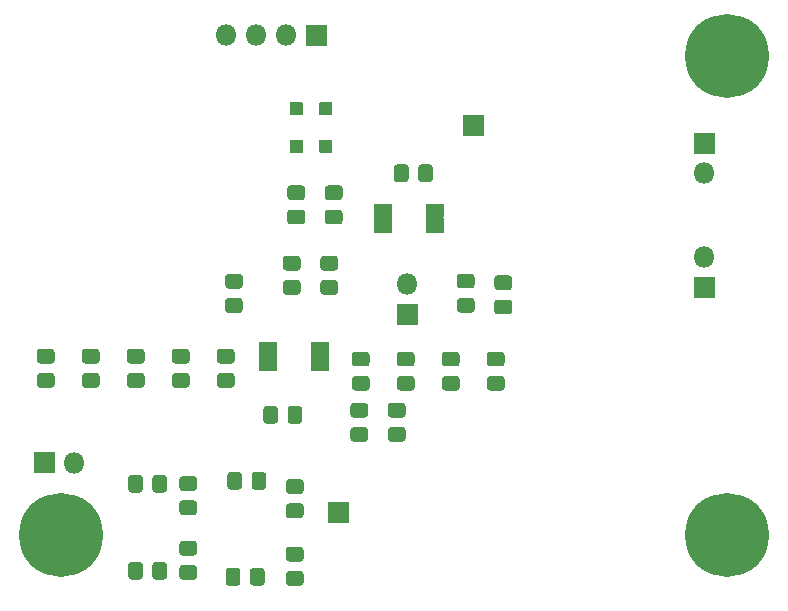
<source format=gbr>
%TF.GenerationSoftware,KiCad,Pcbnew,(5.1.9)-1*%
%TF.CreationDate,2021-07-13T18:03:16-04:00*%
%TF.ProjectId,detector_circuit_LTC6269,64657465-6374-46f7-925f-636972637569,rev?*%
%TF.SameCoordinates,Original*%
%TF.FileFunction,Soldermask,Top*%
%TF.FilePolarity,Negative*%
%FSLAX46Y46*%
G04 Gerber Fmt 4.6, Leading zero omitted, Abs format (unit mm)*
G04 Created by KiCad (PCBNEW (5.1.9)-1) date 2021-07-13 18:03:16*
%MOMM*%
%LPD*%
G01*
G04 APERTURE LIST*
%ADD10C,7.101600*%
%ADD11O,1.801600X1.801600*%
%ADD12C,0.100000*%
G04 APERTURE END LIST*
D10*
%TO.C,REF\u002A\u002A*%
X146621500Y-100457000D03*
%TD*%
%TO.C,REF\u002A\u002A*%
X146621500Y-140970000D03*
%TD*%
%TO.C,R1*%
G36*
G01*
X105317215Y-120132800D02*
X104359785Y-120132800D01*
G75*
G02*
X104087700Y-119860715I0J272085D01*
G01*
X104087700Y-119153285D01*
G75*
G02*
X104359785Y-118881200I272085J0D01*
G01*
X105317215Y-118881200D01*
G75*
G02*
X105589300Y-119153285I0J-272085D01*
G01*
X105589300Y-119860715D01*
G75*
G02*
X105317215Y-120132800I-272085J0D01*
G01*
G37*
G36*
G01*
X105317215Y-122182800D02*
X104359785Y-122182800D01*
G75*
G02*
X104087700Y-121910715I0J272085D01*
G01*
X104087700Y-121203285D01*
G75*
G02*
X104359785Y-120931200I272085J0D01*
G01*
X105317215Y-120931200D01*
G75*
G02*
X105589300Y-121203285I0J-272085D01*
G01*
X105589300Y-121910715D01*
G75*
G02*
X105317215Y-122182800I-272085J0D01*
G01*
G37*
%TD*%
D11*
%TO.C,J3*%
X104203500Y-98679000D03*
X106743500Y-98679000D03*
X109283500Y-98679000D03*
G36*
G01*
X110973500Y-97778200D02*
X112673500Y-97778200D01*
G75*
G02*
X112724300Y-97829000I0J-50800D01*
G01*
X112724300Y-99529000D01*
G75*
G02*
X112673500Y-99579800I-50800J0D01*
G01*
X110973500Y-99579800D01*
G75*
G02*
X110922700Y-99529000I0J50800D01*
G01*
X110922700Y-97829000D01*
G75*
G02*
X110973500Y-97778200I50800J0D01*
G01*
G37*
%TD*%
%TO.C,J2*%
X144653000Y-117475000D03*
G36*
G01*
X145553800Y-119165000D02*
X145553800Y-120865000D01*
G75*
G02*
X145503000Y-120915800I-50800J0D01*
G01*
X143803000Y-120915800D01*
G75*
G02*
X143752200Y-120865000I0J50800D01*
G01*
X143752200Y-119165000D01*
G75*
G02*
X143803000Y-119114200I50800J0D01*
G01*
X145503000Y-119114200D01*
G75*
G02*
X145553800Y-119165000I0J-50800D01*
G01*
G37*
%TD*%
%TO.C,J1*%
X144653000Y-110363000D03*
G36*
G01*
X143752200Y-108673000D02*
X143752200Y-106973000D01*
G75*
G02*
X143803000Y-106922200I50800J0D01*
G01*
X145503000Y-106922200D01*
G75*
G02*
X145553800Y-106973000I0J-50800D01*
G01*
X145553800Y-108673000D01*
G75*
G02*
X145503000Y-108723800I-50800J0D01*
G01*
X143803000Y-108723800D01*
G75*
G02*
X143752200Y-108673000I0J50800D01*
G01*
G37*
%TD*%
D10*
%TO.C,REF\u002A\u002A*%
X90170000Y-140970000D03*
%TD*%
%TO.C,TP15*%
G36*
G01*
X112764200Y-139915000D02*
X112764200Y-138215000D01*
G75*
G02*
X112815000Y-138164200I50800J0D01*
G01*
X114515000Y-138164200D01*
G75*
G02*
X114565800Y-138215000I0J-50800D01*
G01*
X114565800Y-139915000D01*
G75*
G02*
X114515000Y-139965800I-50800J0D01*
G01*
X112815000Y-139965800D01*
G75*
G02*
X112764200Y-139915000I0J50800D01*
G01*
G37*
%TD*%
%TO.C,R26*%
G36*
G01*
X114973285Y-131853200D02*
X115930715Y-131853200D01*
G75*
G02*
X116202800Y-132125285I0J-272085D01*
G01*
X116202800Y-132832715D01*
G75*
G02*
X115930715Y-133104800I-272085J0D01*
G01*
X114973285Y-133104800D01*
G75*
G02*
X114701200Y-132832715I0J272085D01*
G01*
X114701200Y-132125285D01*
G75*
G02*
X114973285Y-131853200I272085J0D01*
G01*
G37*
G36*
G01*
X114973285Y-129803200D02*
X115930715Y-129803200D01*
G75*
G02*
X116202800Y-130075285I0J-272085D01*
G01*
X116202800Y-130782715D01*
G75*
G02*
X115930715Y-131054800I-272085J0D01*
G01*
X114973285Y-131054800D01*
G75*
G02*
X114701200Y-130782715I0J272085D01*
G01*
X114701200Y-130075285D01*
G75*
G02*
X114973285Y-129803200I272085J0D01*
G01*
G37*
%TD*%
%TO.C,R34*%
G36*
G01*
X119096715Y-131045800D02*
X118139285Y-131045800D01*
G75*
G02*
X117867200Y-130773715I0J272085D01*
G01*
X117867200Y-130066285D01*
G75*
G02*
X118139285Y-129794200I272085J0D01*
G01*
X119096715Y-129794200D01*
G75*
G02*
X119368800Y-130066285I0J-272085D01*
G01*
X119368800Y-130773715D01*
G75*
G02*
X119096715Y-131045800I-272085J0D01*
G01*
G37*
G36*
G01*
X119096715Y-133095800D02*
X118139285Y-133095800D01*
G75*
G02*
X117867200Y-132823715I0J272085D01*
G01*
X117867200Y-132116285D01*
G75*
G02*
X118139285Y-131844200I272085J0D01*
G01*
X119096715Y-131844200D01*
G75*
G02*
X119368800Y-132116285I0J-272085D01*
G01*
X119368800Y-132823715D01*
G75*
G02*
X119096715Y-133095800I-272085J0D01*
G01*
G37*
%TD*%
D11*
%TO.C,JP1*%
X119507000Y-119761000D03*
G36*
G01*
X120407800Y-121451000D02*
X120407800Y-123151000D01*
G75*
G02*
X120357000Y-123201800I-50800J0D01*
G01*
X118657000Y-123201800D01*
G75*
G02*
X118606200Y-123151000I0J50800D01*
G01*
X118606200Y-121451000D01*
G75*
G02*
X118657000Y-121400200I50800J0D01*
G01*
X120357000Y-121400200D01*
G75*
G02*
X120407800Y-121451000I0J-50800D01*
G01*
G37*
%TD*%
%TO.C,R39*%
G36*
G01*
X109630285Y-113438200D02*
X110587715Y-113438200D01*
G75*
G02*
X110859800Y-113710285I0J-272085D01*
G01*
X110859800Y-114417715D01*
G75*
G02*
X110587715Y-114689800I-272085J0D01*
G01*
X109630285Y-114689800D01*
G75*
G02*
X109358200Y-114417715I0J272085D01*
G01*
X109358200Y-113710285D01*
G75*
G02*
X109630285Y-113438200I272085J0D01*
G01*
G37*
G36*
G01*
X109630285Y-111388200D02*
X110587715Y-111388200D01*
G75*
G02*
X110859800Y-111660285I0J-272085D01*
G01*
X110859800Y-112367715D01*
G75*
G02*
X110587715Y-112639800I-272085J0D01*
G01*
X109630285Y-112639800D01*
G75*
G02*
X109358200Y-112367715I0J272085D01*
G01*
X109358200Y-111660285D01*
G75*
G02*
X109630285Y-111388200I272085J0D01*
G01*
G37*
%TD*%
%TO.C,C32*%
G36*
G01*
X97127800Y-136173285D02*
X97127800Y-137130715D01*
G75*
G02*
X96855715Y-137402800I-272085J0D01*
G01*
X96148285Y-137402800D01*
G75*
G02*
X95876200Y-137130715I0J272085D01*
G01*
X95876200Y-136173285D01*
G75*
G02*
X96148285Y-135901200I272085J0D01*
G01*
X96855715Y-135901200D01*
G75*
G02*
X97127800Y-136173285I0J-272085D01*
G01*
G37*
G36*
G01*
X99177800Y-136173285D02*
X99177800Y-137130715D01*
G75*
G02*
X98905715Y-137402800I-272085J0D01*
G01*
X98198285Y-137402800D01*
G75*
G02*
X97926200Y-137130715I0J272085D01*
G01*
X97926200Y-136173285D01*
G75*
G02*
X98198285Y-135901200I272085J0D01*
G01*
X98905715Y-135901200D01*
G75*
G02*
X99177800Y-136173285I0J-272085D01*
G01*
G37*
%TD*%
%TO.C,C27*%
G36*
G01*
X127156285Y-121058200D02*
X128113715Y-121058200D01*
G75*
G02*
X128385800Y-121330285I0J-272085D01*
G01*
X128385800Y-122037715D01*
G75*
G02*
X128113715Y-122309800I-272085J0D01*
G01*
X127156285Y-122309800D01*
G75*
G02*
X126884200Y-122037715I0J272085D01*
G01*
X126884200Y-121330285D01*
G75*
G02*
X127156285Y-121058200I272085J0D01*
G01*
G37*
G36*
G01*
X127156285Y-119008200D02*
X128113715Y-119008200D01*
G75*
G02*
X128385800Y-119280285I0J-272085D01*
G01*
X128385800Y-119987715D01*
G75*
G02*
X128113715Y-120259800I-272085J0D01*
G01*
X127156285Y-120259800D01*
G75*
G02*
X126884200Y-119987715I0J272085D01*
G01*
X126884200Y-119280285D01*
G75*
G02*
X127156285Y-119008200I272085J0D01*
G01*
G37*
%TD*%
%TO.C,U12*%
G36*
G01*
X111342700Y-125107000D02*
X111342700Y-124657000D01*
G75*
G02*
X111393500Y-124606200I50800J0D01*
G01*
X112843500Y-124606200D01*
G75*
G02*
X112894300Y-124657000I0J-50800D01*
G01*
X112894300Y-125107000D01*
G75*
G02*
X112843500Y-125157800I-50800J0D01*
G01*
X111393500Y-125157800D01*
G75*
G02*
X111342700Y-125107000I0J50800D01*
G01*
G37*
G36*
G01*
X111342700Y-125757000D02*
X111342700Y-125307000D01*
G75*
G02*
X111393500Y-125256200I50800J0D01*
G01*
X112843500Y-125256200D01*
G75*
G02*
X112894300Y-125307000I0J-50800D01*
G01*
X112894300Y-125757000D01*
G75*
G02*
X112843500Y-125807800I-50800J0D01*
G01*
X111393500Y-125807800D01*
G75*
G02*
X111342700Y-125757000I0J50800D01*
G01*
G37*
G36*
G01*
X111342700Y-126407000D02*
X111342700Y-125957000D01*
G75*
G02*
X111393500Y-125906200I50800J0D01*
G01*
X112843500Y-125906200D01*
G75*
G02*
X112894300Y-125957000I0J-50800D01*
G01*
X112894300Y-126407000D01*
G75*
G02*
X112843500Y-126457800I-50800J0D01*
G01*
X111393500Y-126457800D01*
G75*
G02*
X111342700Y-126407000I0J50800D01*
G01*
G37*
G36*
G01*
X111342700Y-127057000D02*
X111342700Y-126607000D01*
G75*
G02*
X111393500Y-126556200I50800J0D01*
G01*
X112843500Y-126556200D01*
G75*
G02*
X112894300Y-126607000I0J-50800D01*
G01*
X112894300Y-127057000D01*
G75*
G02*
X112843500Y-127107800I-50800J0D01*
G01*
X111393500Y-127107800D01*
G75*
G02*
X111342700Y-127057000I0J50800D01*
G01*
G37*
G36*
G01*
X106942700Y-127057000D02*
X106942700Y-126607000D01*
G75*
G02*
X106993500Y-126556200I50800J0D01*
G01*
X108443500Y-126556200D01*
G75*
G02*
X108494300Y-126607000I0J-50800D01*
G01*
X108494300Y-127057000D01*
G75*
G02*
X108443500Y-127107800I-50800J0D01*
G01*
X106993500Y-127107800D01*
G75*
G02*
X106942700Y-127057000I0J50800D01*
G01*
G37*
G36*
G01*
X106942700Y-126407000D02*
X106942700Y-125957000D01*
G75*
G02*
X106993500Y-125906200I50800J0D01*
G01*
X108443500Y-125906200D01*
G75*
G02*
X108494300Y-125957000I0J-50800D01*
G01*
X108494300Y-126407000D01*
G75*
G02*
X108443500Y-126457800I-50800J0D01*
G01*
X106993500Y-126457800D01*
G75*
G02*
X106942700Y-126407000I0J50800D01*
G01*
G37*
G36*
G01*
X106942700Y-125757000D02*
X106942700Y-125307000D01*
G75*
G02*
X106993500Y-125256200I50800J0D01*
G01*
X108443500Y-125256200D01*
G75*
G02*
X108494300Y-125307000I0J-50800D01*
G01*
X108494300Y-125757000D01*
G75*
G02*
X108443500Y-125807800I-50800J0D01*
G01*
X106993500Y-125807800D01*
G75*
G02*
X106942700Y-125757000I0J50800D01*
G01*
G37*
G36*
G01*
X106942700Y-125107000D02*
X106942700Y-124657000D01*
G75*
G02*
X106993500Y-124606200I50800J0D01*
G01*
X108443500Y-124606200D01*
G75*
G02*
X108494300Y-124657000I0J-50800D01*
G01*
X108494300Y-125107000D01*
G75*
G02*
X108443500Y-125157800I-50800J0D01*
G01*
X106993500Y-125157800D01*
G75*
G02*
X106942700Y-125107000I0J50800D01*
G01*
G37*
%TD*%
%TO.C,C37*%
G36*
G01*
X109249285Y-119398200D02*
X110206715Y-119398200D01*
G75*
G02*
X110478800Y-119670285I0J-272085D01*
G01*
X110478800Y-120377715D01*
G75*
G02*
X110206715Y-120649800I-272085J0D01*
G01*
X109249285Y-120649800D01*
G75*
G02*
X108977200Y-120377715I0J272085D01*
G01*
X108977200Y-119670285D01*
G75*
G02*
X109249285Y-119398200I272085J0D01*
G01*
G37*
G36*
G01*
X109249285Y-117348200D02*
X110206715Y-117348200D01*
G75*
G02*
X110478800Y-117620285I0J-272085D01*
G01*
X110478800Y-118327715D01*
G75*
G02*
X110206715Y-118599800I-272085J0D01*
G01*
X109249285Y-118599800D01*
G75*
G02*
X108977200Y-118327715I0J272085D01*
G01*
X108977200Y-117620285D01*
G75*
G02*
X109249285Y-117348200I272085J0D01*
G01*
G37*
%TD*%
%TO.C,R42*%
G36*
G01*
X123981285Y-120913200D02*
X124938715Y-120913200D01*
G75*
G02*
X125210800Y-121185285I0J-272085D01*
G01*
X125210800Y-121892715D01*
G75*
G02*
X124938715Y-122164800I-272085J0D01*
G01*
X123981285Y-122164800D01*
G75*
G02*
X123709200Y-121892715I0J272085D01*
G01*
X123709200Y-121185285D01*
G75*
G02*
X123981285Y-120913200I272085J0D01*
G01*
G37*
G36*
G01*
X123981285Y-118863200D02*
X124938715Y-118863200D01*
G75*
G02*
X125210800Y-119135285I0J-272085D01*
G01*
X125210800Y-119842715D01*
G75*
G02*
X124938715Y-120114800I-272085J0D01*
G01*
X123981285Y-120114800D01*
G75*
G02*
X123709200Y-119842715I0J272085D01*
G01*
X123709200Y-119135285D01*
G75*
G02*
X123981285Y-118863200I272085J0D01*
G01*
G37*
%TD*%
%TO.C,C35*%
G36*
G01*
X108575800Y-130331285D02*
X108575800Y-131288715D01*
G75*
G02*
X108303715Y-131560800I-272085J0D01*
G01*
X107596285Y-131560800D01*
G75*
G02*
X107324200Y-131288715I0J272085D01*
G01*
X107324200Y-130331285D01*
G75*
G02*
X107596285Y-130059200I272085J0D01*
G01*
X108303715Y-130059200D01*
G75*
G02*
X108575800Y-130331285I0J-272085D01*
G01*
G37*
G36*
G01*
X110625800Y-130331285D02*
X110625800Y-131288715D01*
G75*
G02*
X110353715Y-131560800I-272085J0D01*
G01*
X109646285Y-131560800D01*
G75*
G02*
X109374200Y-131288715I0J272085D01*
G01*
X109374200Y-130331285D01*
G75*
G02*
X109646285Y-130059200I272085J0D01*
G01*
X110353715Y-130059200D01*
G75*
G02*
X110625800Y-130331285I0J-272085D01*
G01*
G37*
%TD*%
%TO.C,D2*%
G36*
G01*
X112078200Y-108577000D02*
X112078200Y-107577000D01*
G75*
G02*
X112129000Y-107526200I50800J0D01*
G01*
X113129000Y-107526200D01*
G75*
G02*
X113179800Y-107577000I0J-50800D01*
G01*
X113179800Y-108577000D01*
G75*
G02*
X113129000Y-108627800I-50800J0D01*
G01*
X112129000Y-108627800D01*
G75*
G02*
X112078200Y-108577000I0J50800D01*
G01*
G37*
G36*
G01*
X109578200Y-108577000D02*
X109578200Y-107577000D01*
G75*
G02*
X109629000Y-107526200I50800J0D01*
G01*
X110629000Y-107526200D01*
G75*
G02*
X110679800Y-107577000I0J-50800D01*
G01*
X110679800Y-108577000D01*
G75*
G02*
X110629000Y-108627800I-50800J0D01*
G01*
X109629000Y-108627800D01*
G75*
G02*
X109578200Y-108577000I0J50800D01*
G01*
G37*
%TD*%
%TO.C,TP1*%
G36*
G01*
X124245000Y-105398200D02*
X125945000Y-105398200D01*
G75*
G02*
X125995800Y-105449000I0J-50800D01*
G01*
X125995800Y-107149000D01*
G75*
G02*
X125945000Y-107199800I-50800J0D01*
G01*
X124245000Y-107199800D01*
G75*
G02*
X124194200Y-107149000I0J50800D01*
G01*
X124194200Y-105449000D01*
G75*
G02*
X124245000Y-105398200I50800J0D01*
G01*
G37*
%TD*%
%TO.C,JP5*%
X91313000Y-134874000D03*
G36*
G01*
X89623000Y-135774800D02*
X87923000Y-135774800D01*
G75*
G02*
X87872200Y-135724000I0J50800D01*
G01*
X87872200Y-134024000D01*
G75*
G02*
X87923000Y-133973200I50800J0D01*
G01*
X89623000Y-133973200D01*
G75*
G02*
X89673800Y-134024000I0J-50800D01*
G01*
X89673800Y-135724000D01*
G75*
G02*
X89623000Y-135774800I-50800J0D01*
G01*
G37*
%TD*%
%TO.C,U13*%
G36*
G01*
X121058200Y-113423000D02*
X121058200Y-112973000D01*
G75*
G02*
X121109000Y-112922200I50800J0D01*
G01*
X122559000Y-112922200D01*
G75*
G02*
X122609800Y-112973000I0J-50800D01*
G01*
X122609800Y-113423000D01*
G75*
G02*
X122559000Y-113473800I-50800J0D01*
G01*
X121109000Y-113473800D01*
G75*
G02*
X121058200Y-113423000I0J50800D01*
G01*
G37*
G36*
G01*
X121058200Y-114073000D02*
X121058200Y-113623000D01*
G75*
G02*
X121109000Y-113572200I50800J0D01*
G01*
X122559000Y-113572200D01*
G75*
G02*
X122609800Y-113623000I0J-50800D01*
G01*
X122609800Y-114073000D01*
G75*
G02*
X122559000Y-114123800I-50800J0D01*
G01*
X121109000Y-114123800D01*
G75*
G02*
X121058200Y-114073000I0J50800D01*
G01*
G37*
G36*
G01*
X121058200Y-114723000D02*
X121058200Y-114273000D01*
G75*
G02*
X121109000Y-114222200I50800J0D01*
G01*
X122559000Y-114222200D01*
G75*
G02*
X122609800Y-114273000I0J-50800D01*
G01*
X122609800Y-114723000D01*
G75*
G02*
X122559000Y-114773800I-50800J0D01*
G01*
X121109000Y-114773800D01*
G75*
G02*
X121058200Y-114723000I0J50800D01*
G01*
G37*
G36*
G01*
X121058200Y-115373000D02*
X121058200Y-114923000D01*
G75*
G02*
X121109000Y-114872200I50800J0D01*
G01*
X122559000Y-114872200D01*
G75*
G02*
X122609800Y-114923000I0J-50800D01*
G01*
X122609800Y-115373000D01*
G75*
G02*
X122559000Y-115423800I-50800J0D01*
G01*
X121109000Y-115423800D01*
G75*
G02*
X121058200Y-115373000I0J50800D01*
G01*
G37*
G36*
G01*
X116658200Y-115373000D02*
X116658200Y-114923000D01*
G75*
G02*
X116709000Y-114872200I50800J0D01*
G01*
X118159000Y-114872200D01*
G75*
G02*
X118209800Y-114923000I0J-50800D01*
G01*
X118209800Y-115373000D01*
G75*
G02*
X118159000Y-115423800I-50800J0D01*
G01*
X116709000Y-115423800D01*
G75*
G02*
X116658200Y-115373000I0J50800D01*
G01*
G37*
G36*
G01*
X116658200Y-114723000D02*
X116658200Y-114273000D01*
G75*
G02*
X116709000Y-114222200I50800J0D01*
G01*
X118159000Y-114222200D01*
G75*
G02*
X118209800Y-114273000I0J-50800D01*
G01*
X118209800Y-114723000D01*
G75*
G02*
X118159000Y-114773800I-50800J0D01*
G01*
X116709000Y-114773800D01*
G75*
G02*
X116658200Y-114723000I0J50800D01*
G01*
G37*
G36*
G01*
X116658200Y-114073000D02*
X116658200Y-113623000D01*
G75*
G02*
X116709000Y-113572200I50800J0D01*
G01*
X118159000Y-113572200D01*
G75*
G02*
X118209800Y-113623000I0J-50800D01*
G01*
X118209800Y-114073000D01*
G75*
G02*
X118159000Y-114123800I-50800J0D01*
G01*
X116709000Y-114123800D01*
G75*
G02*
X116658200Y-114073000I0J50800D01*
G01*
G37*
G36*
G01*
X116658200Y-113423000D02*
X116658200Y-112973000D01*
G75*
G02*
X116709000Y-112922200I50800J0D01*
G01*
X118159000Y-112922200D01*
G75*
G02*
X118209800Y-112973000I0J-50800D01*
G01*
X118209800Y-113423000D01*
G75*
G02*
X118159000Y-113473800I-50800J0D01*
G01*
X116709000Y-113473800D01*
G75*
G02*
X116658200Y-113423000I0J50800D01*
G01*
G37*
%TD*%
%TO.C,R40*%
G36*
G01*
X99851285Y-127272200D02*
X100808715Y-127272200D01*
G75*
G02*
X101080800Y-127544285I0J-272085D01*
G01*
X101080800Y-128251715D01*
G75*
G02*
X100808715Y-128523800I-272085J0D01*
G01*
X99851285Y-128523800D01*
G75*
G02*
X99579200Y-128251715I0J272085D01*
G01*
X99579200Y-127544285D01*
G75*
G02*
X99851285Y-127272200I272085J0D01*
G01*
G37*
G36*
G01*
X99851285Y-125222200D02*
X100808715Y-125222200D01*
G75*
G02*
X101080800Y-125494285I0J-272085D01*
G01*
X101080800Y-126201715D01*
G75*
G02*
X100808715Y-126473800I-272085J0D01*
G01*
X99851285Y-126473800D01*
G75*
G02*
X99579200Y-126201715I0J272085D01*
G01*
X99579200Y-125494285D01*
G75*
G02*
X99851285Y-125222200I272085J0D01*
G01*
G37*
%TD*%
%TO.C,R36*%
G36*
G01*
X122711285Y-127517200D02*
X123668715Y-127517200D01*
G75*
G02*
X123940800Y-127789285I0J-272085D01*
G01*
X123940800Y-128496715D01*
G75*
G02*
X123668715Y-128768800I-272085J0D01*
G01*
X122711285Y-128768800D01*
G75*
G02*
X122439200Y-128496715I0J272085D01*
G01*
X122439200Y-127789285D01*
G75*
G02*
X122711285Y-127517200I272085J0D01*
G01*
G37*
G36*
G01*
X122711285Y-125467200D02*
X123668715Y-125467200D01*
G75*
G02*
X123940800Y-125739285I0J-272085D01*
G01*
X123940800Y-126446715D01*
G75*
G02*
X123668715Y-126718800I-272085J0D01*
G01*
X122711285Y-126718800D01*
G75*
G02*
X122439200Y-126446715I0J272085D01*
G01*
X122439200Y-125739285D01*
G75*
G02*
X122711285Y-125467200I272085J0D01*
G01*
G37*
%TD*%
%TO.C,R35*%
G36*
G01*
X126521285Y-127517200D02*
X127478715Y-127517200D01*
G75*
G02*
X127750800Y-127789285I0J-272085D01*
G01*
X127750800Y-128496715D01*
G75*
G02*
X127478715Y-128768800I-272085J0D01*
G01*
X126521285Y-128768800D01*
G75*
G02*
X126249200Y-128496715I0J272085D01*
G01*
X126249200Y-127789285D01*
G75*
G02*
X126521285Y-127517200I272085J0D01*
G01*
G37*
G36*
G01*
X126521285Y-125467200D02*
X127478715Y-125467200D01*
G75*
G02*
X127750800Y-125739285I0J-272085D01*
G01*
X127750800Y-126446715D01*
G75*
G02*
X127478715Y-126718800I-272085J0D01*
G01*
X126521285Y-126718800D01*
G75*
G02*
X126249200Y-126446715I0J272085D01*
G01*
X126249200Y-125739285D01*
G75*
G02*
X126521285Y-125467200I272085J0D01*
G01*
G37*
%TD*%
%TO.C,R33*%
G36*
G01*
X107432800Y-144047285D02*
X107432800Y-145004715D01*
G75*
G02*
X107160715Y-145276800I-272085J0D01*
G01*
X106453285Y-145276800D01*
G75*
G02*
X106181200Y-145004715I0J272085D01*
G01*
X106181200Y-144047285D01*
G75*
G02*
X106453285Y-143775200I272085J0D01*
G01*
X107160715Y-143775200D01*
G75*
G02*
X107432800Y-144047285I0J-272085D01*
G01*
G37*
G36*
G01*
X105382800Y-144047285D02*
X105382800Y-145004715D01*
G75*
G02*
X105110715Y-145276800I-272085J0D01*
G01*
X104403285Y-145276800D01*
G75*
G02*
X104131200Y-145004715I0J272085D01*
G01*
X104131200Y-144047285D01*
G75*
G02*
X104403285Y-143775200I272085J0D01*
G01*
X105110715Y-143775200D01*
G75*
G02*
X105382800Y-144047285I0J-272085D01*
G01*
G37*
%TD*%
%TO.C,R32*%
G36*
G01*
X101443715Y-142729800D02*
X100486285Y-142729800D01*
G75*
G02*
X100214200Y-142457715I0J272085D01*
G01*
X100214200Y-141750285D01*
G75*
G02*
X100486285Y-141478200I272085J0D01*
G01*
X101443715Y-141478200D01*
G75*
G02*
X101715800Y-141750285I0J-272085D01*
G01*
X101715800Y-142457715D01*
G75*
G02*
X101443715Y-142729800I-272085J0D01*
G01*
G37*
G36*
G01*
X101443715Y-144779800D02*
X100486285Y-144779800D01*
G75*
G02*
X100214200Y-144507715I0J272085D01*
G01*
X100214200Y-143800285D01*
G75*
G02*
X100486285Y-143528200I272085J0D01*
G01*
X101443715Y-143528200D01*
G75*
G02*
X101715800Y-143800285I0J-272085D01*
G01*
X101715800Y-144507715D01*
G75*
G02*
X101443715Y-144779800I-272085J0D01*
G01*
G37*
%TD*%
%TO.C,R31*%
G36*
G01*
X88421285Y-127272200D02*
X89378715Y-127272200D01*
G75*
G02*
X89650800Y-127544285I0J-272085D01*
G01*
X89650800Y-128251715D01*
G75*
G02*
X89378715Y-128523800I-272085J0D01*
G01*
X88421285Y-128523800D01*
G75*
G02*
X88149200Y-128251715I0J272085D01*
G01*
X88149200Y-127544285D01*
G75*
G02*
X88421285Y-127272200I272085J0D01*
G01*
G37*
G36*
G01*
X88421285Y-125222200D02*
X89378715Y-125222200D01*
G75*
G02*
X89650800Y-125494285I0J-272085D01*
G01*
X89650800Y-126201715D01*
G75*
G02*
X89378715Y-126473800I-272085J0D01*
G01*
X88421285Y-126473800D01*
G75*
G02*
X88149200Y-126201715I0J272085D01*
G01*
X88149200Y-125494285D01*
G75*
G02*
X88421285Y-125222200I272085J0D01*
G01*
G37*
%TD*%
%TO.C,R30*%
G36*
G01*
X112424285Y-119398200D02*
X113381715Y-119398200D01*
G75*
G02*
X113653800Y-119670285I0J-272085D01*
G01*
X113653800Y-120377715D01*
G75*
G02*
X113381715Y-120649800I-272085J0D01*
G01*
X112424285Y-120649800D01*
G75*
G02*
X112152200Y-120377715I0J272085D01*
G01*
X112152200Y-119670285D01*
G75*
G02*
X112424285Y-119398200I272085J0D01*
G01*
G37*
G36*
G01*
X112424285Y-117348200D02*
X113381715Y-117348200D01*
G75*
G02*
X113653800Y-117620285I0J-272085D01*
G01*
X113653800Y-118327715D01*
G75*
G02*
X113381715Y-118599800I-272085J0D01*
G01*
X112424285Y-118599800D01*
G75*
G02*
X112152200Y-118327715I0J272085D01*
G01*
X112152200Y-117620285D01*
G75*
G02*
X112424285Y-117348200I272085J0D01*
G01*
G37*
%TD*%
%TO.C,R27*%
G36*
G01*
X115091285Y-127517200D02*
X116048715Y-127517200D01*
G75*
G02*
X116320800Y-127789285I0J-272085D01*
G01*
X116320800Y-128496715D01*
G75*
G02*
X116048715Y-128768800I-272085J0D01*
G01*
X115091285Y-128768800D01*
G75*
G02*
X114819200Y-128496715I0J272085D01*
G01*
X114819200Y-127789285D01*
G75*
G02*
X115091285Y-127517200I272085J0D01*
G01*
G37*
G36*
G01*
X115091285Y-125467200D02*
X116048715Y-125467200D01*
G75*
G02*
X116320800Y-125739285I0J-272085D01*
G01*
X116320800Y-126446715D01*
G75*
G02*
X116048715Y-126718800I-272085J0D01*
G01*
X115091285Y-126718800D01*
G75*
G02*
X114819200Y-126446715I0J272085D01*
G01*
X114819200Y-125739285D01*
G75*
G02*
X115091285Y-125467200I272085J0D01*
G01*
G37*
%TD*%
%TO.C,R25*%
G36*
G01*
X105527800Y-135919285D02*
X105527800Y-136876715D01*
G75*
G02*
X105255715Y-137148800I-272085J0D01*
G01*
X104548285Y-137148800D01*
G75*
G02*
X104276200Y-136876715I0J272085D01*
G01*
X104276200Y-135919285D01*
G75*
G02*
X104548285Y-135647200I272085J0D01*
G01*
X105255715Y-135647200D01*
G75*
G02*
X105527800Y-135919285I0J-272085D01*
G01*
G37*
G36*
G01*
X107577800Y-135919285D02*
X107577800Y-136876715D01*
G75*
G02*
X107305715Y-137148800I-272085J0D01*
G01*
X106598285Y-137148800D01*
G75*
G02*
X106326200Y-136876715I0J272085D01*
G01*
X106326200Y-135919285D01*
G75*
G02*
X106598285Y-135647200I272085J0D01*
G01*
X107305715Y-135647200D01*
G75*
G02*
X107577800Y-135919285I0J-272085D01*
G01*
G37*
%TD*%
%TO.C,R24*%
G36*
G01*
X100486285Y-138058200D02*
X101443715Y-138058200D01*
G75*
G02*
X101715800Y-138330285I0J-272085D01*
G01*
X101715800Y-139037715D01*
G75*
G02*
X101443715Y-139309800I-272085J0D01*
G01*
X100486285Y-139309800D01*
G75*
G02*
X100214200Y-139037715I0J272085D01*
G01*
X100214200Y-138330285D01*
G75*
G02*
X100486285Y-138058200I272085J0D01*
G01*
G37*
G36*
G01*
X100486285Y-136008200D02*
X101443715Y-136008200D01*
G75*
G02*
X101715800Y-136280285I0J-272085D01*
G01*
X101715800Y-136987715D01*
G75*
G02*
X101443715Y-137259800I-272085J0D01*
G01*
X100486285Y-137259800D01*
G75*
G02*
X100214200Y-136987715I0J272085D01*
G01*
X100214200Y-136280285D01*
G75*
G02*
X100486285Y-136008200I272085J0D01*
G01*
G37*
%TD*%
%TO.C,R17*%
G36*
G01*
X92231285Y-127272200D02*
X93188715Y-127272200D01*
G75*
G02*
X93460800Y-127544285I0J-272085D01*
G01*
X93460800Y-128251715D01*
G75*
G02*
X93188715Y-128523800I-272085J0D01*
G01*
X92231285Y-128523800D01*
G75*
G02*
X91959200Y-128251715I0J272085D01*
G01*
X91959200Y-127544285D01*
G75*
G02*
X92231285Y-127272200I272085J0D01*
G01*
G37*
G36*
G01*
X92231285Y-125222200D02*
X93188715Y-125222200D01*
G75*
G02*
X93460800Y-125494285I0J-272085D01*
G01*
X93460800Y-126201715D01*
G75*
G02*
X93188715Y-126473800I-272085J0D01*
G01*
X92231285Y-126473800D01*
G75*
G02*
X91959200Y-126201715I0J272085D01*
G01*
X91959200Y-125494285D01*
G75*
G02*
X92231285Y-125222200I272085J0D01*
G01*
G37*
%TD*%
%TO.C,R16*%
G36*
G01*
X96041285Y-127272200D02*
X96998715Y-127272200D01*
G75*
G02*
X97270800Y-127544285I0J-272085D01*
G01*
X97270800Y-128251715D01*
G75*
G02*
X96998715Y-128523800I-272085J0D01*
G01*
X96041285Y-128523800D01*
G75*
G02*
X95769200Y-128251715I0J272085D01*
G01*
X95769200Y-127544285D01*
G75*
G02*
X96041285Y-127272200I272085J0D01*
G01*
G37*
G36*
G01*
X96041285Y-125222200D02*
X96998715Y-125222200D01*
G75*
G02*
X97270800Y-125494285I0J-272085D01*
G01*
X97270800Y-126201715D01*
G75*
G02*
X96998715Y-126473800I-272085J0D01*
G01*
X96041285Y-126473800D01*
G75*
G02*
X95769200Y-126201715I0J272085D01*
G01*
X95769200Y-125494285D01*
G75*
G02*
X96041285Y-125222200I272085J0D01*
G01*
G37*
%TD*%
%TO.C,D6*%
G36*
G01*
X112058200Y-105402000D02*
X112058200Y-104402000D01*
G75*
G02*
X112109000Y-104351200I50800J0D01*
G01*
X113109000Y-104351200D01*
G75*
G02*
X113159800Y-104402000I0J-50800D01*
G01*
X113159800Y-105402000D01*
G75*
G02*
X113109000Y-105452800I-50800J0D01*
G01*
X112109000Y-105452800D01*
G75*
G02*
X112058200Y-105402000I0J50800D01*
G01*
G37*
G36*
G01*
X109558200Y-105402000D02*
X109558200Y-104402000D01*
G75*
G02*
X109609000Y-104351200I50800J0D01*
G01*
X110609000Y-104351200D01*
G75*
G02*
X110659800Y-104402000I0J-50800D01*
G01*
X110659800Y-105402000D01*
G75*
G02*
X110609000Y-105452800I-50800J0D01*
G01*
X109609000Y-105452800D01*
G75*
G02*
X109558200Y-105402000I0J50800D01*
G01*
G37*
%TD*%
%TO.C,C39*%
G36*
G01*
X119624800Y-109884285D02*
X119624800Y-110841715D01*
G75*
G02*
X119352715Y-111113800I-272085J0D01*
G01*
X118645285Y-111113800D01*
G75*
G02*
X118373200Y-110841715I0J272085D01*
G01*
X118373200Y-109884285D01*
G75*
G02*
X118645285Y-109612200I272085J0D01*
G01*
X119352715Y-109612200D01*
G75*
G02*
X119624800Y-109884285I0J-272085D01*
G01*
G37*
G36*
G01*
X121674800Y-109884285D02*
X121674800Y-110841715D01*
G75*
G02*
X121402715Y-111113800I-272085J0D01*
G01*
X120695285Y-111113800D01*
G75*
G02*
X120423200Y-110841715I0J272085D01*
G01*
X120423200Y-109884285D01*
G75*
G02*
X120695285Y-109612200I272085J0D01*
G01*
X121402715Y-109612200D01*
G75*
G02*
X121674800Y-109884285I0J-272085D01*
G01*
G37*
%TD*%
%TO.C,C36*%
G36*
G01*
X118901285Y-127517200D02*
X119858715Y-127517200D01*
G75*
G02*
X120130800Y-127789285I0J-272085D01*
G01*
X120130800Y-128496715D01*
G75*
G02*
X119858715Y-128768800I-272085J0D01*
G01*
X118901285Y-128768800D01*
G75*
G02*
X118629200Y-128496715I0J272085D01*
G01*
X118629200Y-127789285D01*
G75*
G02*
X118901285Y-127517200I272085J0D01*
G01*
G37*
G36*
G01*
X118901285Y-125467200D02*
X119858715Y-125467200D01*
G75*
G02*
X120130800Y-125739285I0J-272085D01*
G01*
X120130800Y-126446715D01*
G75*
G02*
X119858715Y-126718800I-272085J0D01*
G01*
X118901285Y-126718800D01*
G75*
G02*
X118629200Y-126446715I0J272085D01*
G01*
X118629200Y-125739285D01*
G75*
G02*
X118901285Y-125467200I272085J0D01*
G01*
G37*
%TD*%
%TO.C,C33*%
G36*
G01*
X110460715Y-137513800D02*
X109503285Y-137513800D01*
G75*
G02*
X109231200Y-137241715I0J272085D01*
G01*
X109231200Y-136534285D01*
G75*
G02*
X109503285Y-136262200I272085J0D01*
G01*
X110460715Y-136262200D01*
G75*
G02*
X110732800Y-136534285I0J-272085D01*
G01*
X110732800Y-137241715D01*
G75*
G02*
X110460715Y-137513800I-272085J0D01*
G01*
G37*
G36*
G01*
X110460715Y-139563800D02*
X109503285Y-139563800D01*
G75*
G02*
X109231200Y-139291715I0J272085D01*
G01*
X109231200Y-138584285D01*
G75*
G02*
X109503285Y-138312200I272085J0D01*
G01*
X110460715Y-138312200D01*
G75*
G02*
X110732800Y-138584285I0J-272085D01*
G01*
X110732800Y-139291715D01*
G75*
G02*
X110460715Y-139563800I-272085J0D01*
G01*
G37*
%TD*%
%TO.C,C31*%
G36*
G01*
X103661285Y-127272200D02*
X104618715Y-127272200D01*
G75*
G02*
X104890800Y-127544285I0J-272085D01*
G01*
X104890800Y-128251715D01*
G75*
G02*
X104618715Y-128523800I-272085J0D01*
G01*
X103661285Y-128523800D01*
G75*
G02*
X103389200Y-128251715I0J272085D01*
G01*
X103389200Y-127544285D01*
G75*
G02*
X103661285Y-127272200I272085J0D01*
G01*
G37*
G36*
G01*
X103661285Y-125222200D02*
X104618715Y-125222200D01*
G75*
G02*
X104890800Y-125494285I0J-272085D01*
G01*
X104890800Y-126201715D01*
G75*
G02*
X104618715Y-126473800I-272085J0D01*
G01*
X103661285Y-126473800D01*
G75*
G02*
X103389200Y-126201715I0J272085D01*
G01*
X103389200Y-125494285D01*
G75*
G02*
X103661285Y-125222200I272085J0D01*
G01*
G37*
%TD*%
%TO.C,C19*%
G36*
G01*
X112805285Y-113438200D02*
X113762715Y-113438200D01*
G75*
G02*
X114034800Y-113710285I0J-272085D01*
G01*
X114034800Y-114417715D01*
G75*
G02*
X113762715Y-114689800I-272085J0D01*
G01*
X112805285Y-114689800D01*
G75*
G02*
X112533200Y-114417715I0J272085D01*
G01*
X112533200Y-113710285D01*
G75*
G02*
X112805285Y-113438200I272085J0D01*
G01*
G37*
G36*
G01*
X112805285Y-111388200D02*
X113762715Y-111388200D01*
G75*
G02*
X114034800Y-111660285I0J-272085D01*
G01*
X114034800Y-112367715D01*
G75*
G02*
X113762715Y-112639800I-272085J0D01*
G01*
X112805285Y-112639800D01*
G75*
G02*
X112533200Y-112367715I0J272085D01*
G01*
X112533200Y-111660285D01*
G75*
G02*
X112805285Y-111388200I272085J0D01*
G01*
G37*
%TD*%
%TO.C,C18*%
G36*
G01*
X109503285Y-141986200D02*
X110460715Y-141986200D01*
G75*
G02*
X110732800Y-142258285I0J-272085D01*
G01*
X110732800Y-142965715D01*
G75*
G02*
X110460715Y-143237800I-272085J0D01*
G01*
X109503285Y-143237800D01*
G75*
G02*
X109231200Y-142965715I0J272085D01*
G01*
X109231200Y-142258285D01*
G75*
G02*
X109503285Y-141986200I272085J0D01*
G01*
G37*
G36*
G01*
X109503285Y-144036200D02*
X110460715Y-144036200D01*
G75*
G02*
X110732800Y-144308285I0J-272085D01*
G01*
X110732800Y-145015715D01*
G75*
G02*
X110460715Y-145287800I-272085J0D01*
G01*
X109503285Y-145287800D01*
G75*
G02*
X109231200Y-145015715I0J272085D01*
G01*
X109231200Y-144308285D01*
G75*
G02*
X109503285Y-144036200I272085J0D01*
G01*
G37*
%TD*%
%TO.C,C17*%
G36*
G01*
X97127800Y-143539285D02*
X97127800Y-144496715D01*
G75*
G02*
X96855715Y-144768800I-272085J0D01*
G01*
X96148285Y-144768800D01*
G75*
G02*
X95876200Y-144496715I0J272085D01*
G01*
X95876200Y-143539285D01*
G75*
G02*
X96148285Y-143267200I272085J0D01*
G01*
X96855715Y-143267200D01*
G75*
G02*
X97127800Y-143539285I0J-272085D01*
G01*
G37*
G36*
G01*
X99177800Y-143539285D02*
X99177800Y-144496715D01*
G75*
G02*
X98905715Y-144768800I-272085J0D01*
G01*
X98198285Y-144768800D01*
G75*
G02*
X97926200Y-144496715I0J272085D01*
G01*
X97926200Y-143539285D01*
G75*
G02*
X98198285Y-143267200I272085J0D01*
G01*
X98905715Y-143267200D01*
G75*
G02*
X99177800Y-143539285I0J-272085D01*
G01*
G37*
%TD*%
D12*
G36*
X112896032Y-126456800D02*
G01*
X112896300Y-126457800D01*
X112896300Y-126556200D01*
X112895300Y-126557932D01*
X112894300Y-126558200D01*
X111342700Y-126558200D01*
X111340968Y-126557200D01*
X111340700Y-126556200D01*
X111340700Y-126457800D01*
X111341700Y-126456068D01*
X111342700Y-126455800D01*
X112894300Y-126455800D01*
X112896032Y-126456800D01*
G37*
G36*
X108496032Y-126456800D02*
G01*
X108496300Y-126457800D01*
X108496300Y-126556200D01*
X108495300Y-126557932D01*
X108494300Y-126558200D01*
X106942700Y-126558200D01*
X106940968Y-126557200D01*
X106940700Y-126556200D01*
X106940700Y-126457800D01*
X106941700Y-126456068D01*
X106942700Y-126455800D01*
X108494300Y-126455800D01*
X108496032Y-126456800D01*
G37*
G36*
X112896032Y-125806800D02*
G01*
X112896300Y-125807800D01*
X112896300Y-125906200D01*
X112895300Y-125907932D01*
X112894300Y-125908200D01*
X111342700Y-125908200D01*
X111340968Y-125907200D01*
X111340700Y-125906200D01*
X111340700Y-125807800D01*
X111341700Y-125806068D01*
X111342700Y-125805800D01*
X112894300Y-125805800D01*
X112896032Y-125806800D01*
G37*
G36*
X108496032Y-125806800D02*
G01*
X108496300Y-125807800D01*
X108496300Y-125906200D01*
X108495300Y-125907932D01*
X108494300Y-125908200D01*
X106942700Y-125908200D01*
X106940968Y-125907200D01*
X106940700Y-125906200D01*
X106940700Y-125807800D01*
X106941700Y-125806068D01*
X106942700Y-125805800D01*
X108494300Y-125805800D01*
X108496032Y-125806800D01*
G37*
G36*
X108496032Y-125156800D02*
G01*
X108496300Y-125157800D01*
X108496300Y-125256200D01*
X108495300Y-125257932D01*
X108494300Y-125258200D01*
X106942700Y-125258200D01*
X106940968Y-125257200D01*
X106940700Y-125256200D01*
X106940700Y-125157800D01*
X106941700Y-125156068D01*
X106942700Y-125155800D01*
X108494300Y-125155800D01*
X108496032Y-125156800D01*
G37*
G36*
X112896032Y-125156800D02*
G01*
X112896300Y-125157800D01*
X112896300Y-125256200D01*
X112895300Y-125257932D01*
X112894300Y-125258200D01*
X111342700Y-125258200D01*
X111340968Y-125257200D01*
X111340700Y-125256200D01*
X111340700Y-125157800D01*
X111341700Y-125156068D01*
X111342700Y-125155800D01*
X112894300Y-125155800D01*
X112896032Y-125156800D01*
G37*
G36*
X122611532Y-114772800D02*
G01*
X122611800Y-114773800D01*
X122611800Y-114872200D01*
X122610800Y-114873932D01*
X122609800Y-114874200D01*
X121058200Y-114874200D01*
X121056468Y-114873200D01*
X121056200Y-114872200D01*
X121056200Y-114773800D01*
X121057200Y-114772068D01*
X121058200Y-114771800D01*
X122609800Y-114771800D01*
X122611532Y-114772800D01*
G37*
G36*
X118211532Y-114772800D02*
G01*
X118211800Y-114773800D01*
X118211800Y-114872200D01*
X118210800Y-114873932D01*
X118209800Y-114874200D01*
X116658200Y-114874200D01*
X116656468Y-114873200D01*
X116656200Y-114872200D01*
X116656200Y-114773800D01*
X116657200Y-114772068D01*
X116658200Y-114771800D01*
X118209800Y-114771800D01*
X118211532Y-114772800D01*
G37*
G36*
X118211532Y-114122800D02*
G01*
X118211800Y-114123800D01*
X118211800Y-114222200D01*
X118210800Y-114223932D01*
X118209800Y-114224200D01*
X116658200Y-114224200D01*
X116656468Y-114223200D01*
X116656200Y-114222200D01*
X116656200Y-114123800D01*
X116657200Y-114122068D01*
X116658200Y-114121800D01*
X118209800Y-114121800D01*
X118211532Y-114122800D01*
G37*
G36*
X122611532Y-114122800D02*
G01*
X122611800Y-114123800D01*
X122611800Y-114222200D01*
X122610800Y-114223932D01*
X122609800Y-114224200D01*
X121058200Y-114224200D01*
X121056468Y-114223200D01*
X121056200Y-114222200D01*
X121056200Y-114123800D01*
X121057200Y-114122068D01*
X121058200Y-114121800D01*
X122609800Y-114121800D01*
X122611532Y-114122800D01*
G37*
G36*
X122611532Y-113472800D02*
G01*
X122611800Y-113473800D01*
X122611800Y-113572200D01*
X122610800Y-113573932D01*
X122609800Y-113574200D01*
X121058200Y-113574200D01*
X121056468Y-113573200D01*
X121056200Y-113572200D01*
X121056200Y-113473800D01*
X121057200Y-113472068D01*
X121058200Y-113471800D01*
X122609800Y-113471800D01*
X122611532Y-113472800D01*
G37*
G36*
X118211532Y-113472800D02*
G01*
X118211800Y-113473800D01*
X118211800Y-113572200D01*
X118210800Y-113573932D01*
X118209800Y-113574200D01*
X116658200Y-113574200D01*
X116656468Y-113573200D01*
X116656200Y-113572200D01*
X116656200Y-113473800D01*
X116657200Y-113472068D01*
X116658200Y-113471800D01*
X118209800Y-113471800D01*
X118211532Y-113472800D01*
G37*
M02*

</source>
